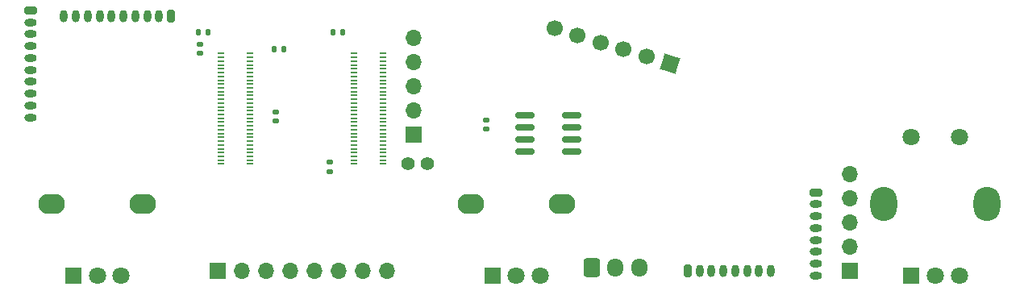
<source format=gbr>
%TF.GenerationSoftware,KiCad,Pcbnew,9.0.1+1*%
%TF.CreationDate,2025-05-26T16:30:20+08:00*%
%TF.ProjectId,audio_lab,61756469-6f5f-46c6-9162-2e6b69636164,rev?*%
%TF.SameCoordinates,Original*%
%TF.FileFunction,Soldermask,Bot*%
%TF.FilePolarity,Negative*%
%FSLAX46Y46*%
G04 Gerber Fmt 4.6, Leading zero omitted, Abs format (unit mm)*
G04 Created by KiCad (PCBNEW 9.0.1+1) date 2025-05-26 16:30:20*
%MOMM*%
%LPD*%
G01*
G04 APERTURE LIST*
G04 Aperture macros list*
%AMRoundRect*
0 Rectangle with rounded corners*
0 $1 Rounding radius*
0 $2 $3 $4 $5 $6 $7 $8 $9 X,Y pos of 4 corners*
0 Add a 4 corners polygon primitive as box body*
4,1,4,$2,$3,$4,$5,$6,$7,$8,$9,$2,$3,0*
0 Add four circle primitives for the rounded corners*
1,1,$1+$1,$2,$3*
1,1,$1+$1,$4,$5*
1,1,$1+$1,$6,$7*
1,1,$1+$1,$8,$9*
0 Add four rect primitives between the rounded corners*
20,1,$1+$1,$2,$3,$4,$5,0*
20,1,$1+$1,$4,$5,$6,$7,0*
20,1,$1+$1,$6,$7,$8,$9,0*
20,1,$1+$1,$8,$9,$2,$3,0*%
%AMHorizOval*
0 Thick line with rounded ends*
0 $1 width*
0 $2 $3 position (X,Y) of the first rounded end (center of the circle)*
0 $4 $5 position (X,Y) of the second rounded end (center of the circle)*
0 Add line between two ends*
20,1,$1,$2,$3,$4,$5,0*
0 Add two circle primitives to create the rounded ends*
1,1,$1,$2,$3*
1,1,$1,$4,$5*%
%AMRotRect*
0 Rectangle, with rotation*
0 The origin of the aperture is its center*
0 $1 length*
0 $2 width*
0 $3 Rotation angle, in degrees counterclockwise*
0 Add horizontal line*
21,1,$1,$2,0,0,$3*%
G04 Aperture macros list end*
%ADD10R,1.800000X1.800000*%
%ADD11C,1.800000*%
%ADD12O,2.800000X2.100000*%
%ADD13C,1.400000*%
%ADD14O,2.800000X3.600000*%
%ADD15R,1.700000X1.700000*%
%ADD16O,1.700000X1.700000*%
%ADD17RoundRect,0.150000X0.825000X0.150000X-0.825000X0.150000X-0.825000X-0.150000X0.825000X-0.150000X0*%
%ADD18RoundRect,0.135000X-0.135000X-0.185000X0.135000X-0.185000X0.135000X0.185000X-0.135000X0.185000X0*%
%ADD19RotRect,1.700000X1.700000X72.699000*%
%ADD20HorizOval,1.700000X0.000000X0.000000X0.000000X0.000000X0*%
%ADD21RoundRect,0.200000X0.200000X0.450000X-0.200000X0.450000X-0.200000X-0.450000X0.200000X-0.450000X0*%
%ADD22O,0.800000X1.300000*%
%ADD23RoundRect,0.140000X-0.170000X0.140000X-0.170000X-0.140000X0.170000X-0.140000X0.170000X0.140000X0*%
%ADD24RoundRect,0.050165X-0.300355X0.050165X-0.300355X-0.050165X0.300355X-0.050165X0.300355X0.050165X0*%
%ADD25RoundRect,0.200000X-0.450000X0.200000X-0.450000X-0.200000X0.450000X-0.200000X0.450000X0.200000X0*%
%ADD26O,1.300000X0.800000*%
%ADD27RoundRect,0.140000X0.170000X-0.140000X0.170000X0.140000X-0.170000X0.140000X-0.170000X-0.140000X0*%
%ADD28RoundRect,0.250000X-0.600000X-0.725000X0.600000X-0.725000X0.600000X0.725000X-0.600000X0.725000X0*%
%ADD29O,1.700000X1.950000*%
%ADD30RoundRect,0.140000X-0.140000X-0.170000X0.140000X-0.170000X0.140000X0.170000X-0.140000X0.170000X0*%
%ADD31RoundRect,0.200000X-0.200000X-0.450000X0.200000X-0.450000X0.200000X0.450000X-0.200000X0.450000X0*%
G04 APERTURE END LIST*
D10*
%TO.C,RV1*%
X82000000Y-107500000D03*
D11*
X84500000Y-107500000D03*
X87000000Y-107500000D03*
D12*
X79700000Y-100000000D03*
X89300000Y-100000000D03*
%TD*%
D13*
%TO.C,CONFIG*%
X117150000Y-95787500D03*
X119150000Y-95787500D03*
%TD*%
D10*
%TO.C,RV2*%
X126000000Y-107500000D03*
D11*
X128500000Y-107500000D03*
X131000000Y-107500000D03*
D12*
X123700000Y-100000000D03*
X133300000Y-100000000D03*
%TD*%
D10*
%TO.C,SW1*%
X170000000Y-107500000D03*
D11*
X175000000Y-107500000D03*
X172500000Y-107500000D03*
D14*
X167100000Y-100000000D03*
X177900000Y-100000000D03*
D11*
X170000000Y-93000000D03*
X175000000Y-93000000D03*
%TD*%
D15*
%TO.C,J13*%
X117750000Y-92722500D03*
D16*
X117750000Y-90182500D03*
X117750000Y-87642500D03*
X117750000Y-85102500D03*
X117750000Y-82562500D03*
%TD*%
D17*
%TO.C,U9*%
X134350000Y-90682500D03*
X134350000Y-91952500D03*
X134350000Y-93222500D03*
X134350000Y-94492500D03*
X129400000Y-94492500D03*
X129400000Y-93222500D03*
X129400000Y-91952500D03*
X129400000Y-90682500D03*
%TD*%
D18*
%TO.C,R27*%
X95090000Y-81987500D03*
X96110000Y-81987500D03*
%TD*%
D19*
%TO.C,J5*%
X144625396Y-85276873D03*
D20*
X142200317Y-84521498D03*
X139775238Y-83766124D03*
X137350158Y-83010749D03*
X134925079Y-82255375D03*
X132500000Y-81500000D03*
%TD*%
D21*
%TO.C,J12*%
X92250000Y-80250000D03*
D22*
X91000000Y-80250000D03*
X89750000Y-80250000D03*
X88500000Y-80250000D03*
X87250000Y-80250000D03*
X86000000Y-80250000D03*
X84750000Y-80250000D03*
X83500000Y-80250000D03*
X82250000Y-80250000D03*
X81000000Y-80250000D03*
%TD*%
D23*
%TO.C,C47*%
X95250000Y-83207500D03*
X95250000Y-84167500D03*
%TD*%
D24*
%TO.C,J8*%
X114540000Y-95789380D03*
X111461520Y-95789380D03*
X114540000Y-95390600D03*
X111461518Y-95390600D03*
X114540000Y-94991820D03*
X111461520Y-94991820D03*
X114540000Y-94590498D03*
X111461520Y-94590500D03*
X114540000Y-94191723D03*
X111461520Y-94191720D03*
X114540000Y-93790400D03*
X111461520Y-93790400D03*
X114540000Y-93391620D03*
X111461518Y-93391620D03*
X114540000Y-92990300D03*
X111461520Y-92990303D03*
X114540000Y-92591520D03*
X111461520Y-92591520D03*
X114539998Y-92190200D03*
X111461520Y-92190200D03*
X114540000Y-91791420D03*
X111461520Y-91791420D03*
X114540000Y-91390100D03*
X111461520Y-91390100D03*
X114540000Y-90991320D03*
X111461520Y-90991323D03*
X114540000Y-90590000D03*
X111461520Y-90590000D03*
X114539998Y-90191220D03*
X111461520Y-90191220D03*
X114539998Y-89789900D03*
X111461520Y-89789900D03*
X114540000Y-89391120D03*
X111461520Y-89391120D03*
X114540000Y-88989800D03*
X111461520Y-88989798D03*
X114540000Y-88591020D03*
X111461520Y-88591020D03*
X114540000Y-88189700D03*
X111461520Y-88189700D03*
X114539998Y-87790920D03*
X111461520Y-87790920D03*
X114540000Y-87389600D03*
X111461520Y-87389600D03*
X114540000Y-86990820D03*
X111461520Y-86990818D03*
X114540000Y-86589500D03*
X111461518Y-86589500D03*
X114540000Y-86190720D03*
X111461520Y-86190720D03*
X114540000Y-85789398D03*
X111461520Y-85789400D03*
X114540000Y-85390623D03*
X111461520Y-85390620D03*
X114540000Y-84989300D03*
X111461520Y-84989300D03*
X114540000Y-84590520D03*
X111461518Y-84590520D03*
X114540000Y-84191740D03*
X111461520Y-84191740D03*
%TD*%
D15*
%TO.C,J6*%
X97125000Y-107000000D03*
D16*
X99665000Y-107000000D03*
X102205000Y-107000000D03*
X104745000Y-107000000D03*
X107285000Y-107000000D03*
X109825000Y-107000000D03*
X112365000Y-107000000D03*
X114905000Y-107000000D03*
%TD*%
D15*
%TO.C,J4*%
X163500000Y-107000000D03*
D16*
X163500000Y-104460000D03*
X163500000Y-101920000D03*
X163500000Y-99380000D03*
X163500000Y-96840000D03*
%TD*%
D25*
%TO.C,J3*%
X159955000Y-98762500D03*
D26*
X159955000Y-100012500D03*
X159955000Y-101262500D03*
X159955000Y-102512500D03*
X159955000Y-103762500D03*
X159955000Y-105012500D03*
X159955000Y-106262500D03*
X159955000Y-107512500D03*
%TD*%
D27*
%TO.C,C29*%
X125300000Y-92117500D03*
X125300000Y-91157500D03*
%TD*%
D28*
%TO.C,J2*%
X136400000Y-106712500D03*
D29*
X138900000Y-106712500D03*
X141400000Y-106712500D03*
%TD*%
D23*
%TO.C,C45*%
X103250000Y-90307500D03*
X103250000Y-91267500D03*
%TD*%
D27*
%TO.C,C49*%
X108900000Y-96567500D03*
X108900000Y-95607500D03*
%TD*%
D30*
%TO.C,C46*%
X109270000Y-81987500D03*
X110230000Y-81987500D03*
%TD*%
D18*
%TO.C,R4*%
X103040000Y-83687500D03*
X104060000Y-83687500D03*
%TD*%
D24*
%TO.C,J7*%
X100540000Y-95789382D03*
X97461520Y-95789382D03*
X100540000Y-95390602D03*
X97461518Y-95390602D03*
X100540000Y-94991822D03*
X97461520Y-94991822D03*
X100540000Y-94590500D03*
X97461520Y-94590502D03*
X100540000Y-94191725D03*
X97461520Y-94191722D03*
X100540000Y-93790402D03*
X97461520Y-93790402D03*
X100540000Y-93391622D03*
X97461518Y-93391622D03*
X100540000Y-92990302D03*
X97461520Y-92990305D03*
X100540000Y-92591522D03*
X97461520Y-92591522D03*
X100539998Y-92190202D03*
X97461520Y-92190202D03*
X100540000Y-91791422D03*
X97461520Y-91791422D03*
X100540000Y-91390102D03*
X97461520Y-91390102D03*
X100540000Y-90991322D03*
X97461520Y-90991325D03*
X100540000Y-90590002D03*
X97461520Y-90590002D03*
X100539998Y-90191222D03*
X97461520Y-90191222D03*
X100539998Y-89789902D03*
X97461520Y-89789902D03*
X100540000Y-89391122D03*
X97461520Y-89391122D03*
X100540000Y-88989802D03*
X97461520Y-88989800D03*
X100540000Y-88591022D03*
X97461520Y-88591022D03*
X100540000Y-88189702D03*
X97461520Y-88189702D03*
X100539998Y-87790922D03*
X97461520Y-87790922D03*
X100540000Y-87389602D03*
X97461520Y-87389602D03*
X100540000Y-86990822D03*
X97461520Y-86990820D03*
X100540000Y-86589502D03*
X97461518Y-86589502D03*
X100540000Y-86190722D03*
X97461520Y-86190722D03*
X100540000Y-85789400D03*
X97461520Y-85789402D03*
X100540000Y-85390625D03*
X97461520Y-85390622D03*
X100540000Y-84989302D03*
X97461520Y-84989302D03*
X100540000Y-84590522D03*
X97461518Y-84590522D03*
X100540000Y-84191742D03*
X97461520Y-84191742D03*
%TD*%
D31*
%TO.C,J1*%
X146500000Y-107000000D03*
D22*
X147750000Y-107000000D03*
X149000000Y-107000000D03*
X150250000Y-107000000D03*
X151500000Y-107000000D03*
X152750000Y-107000000D03*
X154000000Y-107000000D03*
X155250000Y-107000000D03*
%TD*%
D25*
%TO.C,J11*%
X77500000Y-79650000D03*
D26*
X77500000Y-80900000D03*
X77500000Y-82150000D03*
X77500000Y-83400000D03*
X77500000Y-84650000D03*
X77500000Y-85900000D03*
X77500000Y-87150000D03*
X77500000Y-88400000D03*
X77500000Y-89650000D03*
X77500000Y-90900000D03*
%TD*%
M02*

</source>
